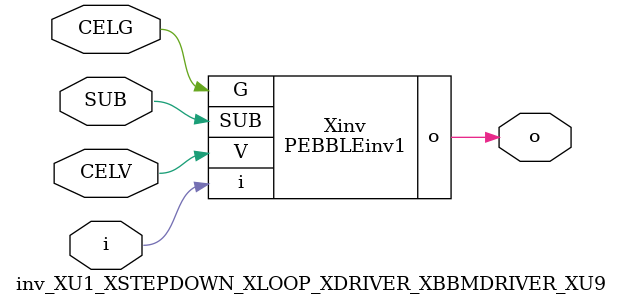
<source format=v>



module PEBBLEinv1 ( o, G, SUB, V, i );

  input V;
  input i;
  input G;
  output o;
  input SUB;
endmodule

//Celera Confidential Do Not Copy inv_XU1_XSTEPDOWN_XLOOP_XDRIVER_XBBMDRIVER_XU9
//Celera Confidential Symbol Generator
//5V Inverter
module inv_XU1_XSTEPDOWN_XLOOP_XDRIVER_XBBMDRIVER_XU9 (CELV,CELG,i,o,SUB);
input CELV;
input CELG;
input i;
input SUB;
output o;

//Celera Confidential Do Not Copy inv
PEBBLEinv1 Xinv(
.V (CELV),
.i (i),
.o (o),
.SUB (SUB),
.G (CELG)
);
//,diesize,PEBBLEinv1

//Celera Confidential Do Not Copy Module End
//Celera Schematic Generator
endmodule

</source>
